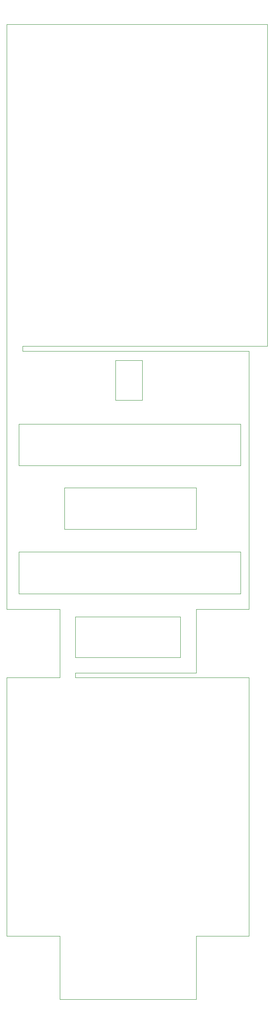
<source format=gbr>
G04 #@! TF.GenerationSoftware,KiCad,Pcbnew,(6.0.2)*
G04 #@! TF.CreationDate,2022-04-25T21:38:28-07:00*
G04 #@! TF.ProjectId,i-fucking-love-fucking-you,692d6675-636b-4696-9e67-2d6c6f76652d,rev?*
G04 #@! TF.SameCoordinates,Original*
G04 #@! TF.FileFunction,Profile,NP*
%FSLAX46Y46*%
G04 Gerber Fmt 4.6, Leading zero omitted, Abs format (unit mm)*
G04 Created by KiCad (PCBNEW (6.0.2)) date 2022-04-25 21:38:28*
%MOMM*%
%LPD*%
G01*
G04 APERTURE LIST*
G04 #@! TA.AperFunction,Profile*
%ADD10C,0.100000*%
G04 #@! TD*
G04 APERTURE END LIST*
D10*
X148800000Y-80934717D02*
X194600000Y-80934717D01*
X145600000Y-79934717D02*
X145600000Y-80934717D01*
X159500000Y-146934717D02*
X194600000Y-146934717D01*
X145600000Y-199134717D02*
X145600000Y-146934717D01*
X194600000Y-146934717D02*
X194600000Y-199134717D01*
X148800000Y-80934717D02*
X148800000Y-79934717D01*
X156300000Y-145934717D02*
X156300000Y-133134717D01*
X183900000Y-211934717D02*
X156300000Y-211934717D01*
X198300000Y-14934717D02*
X198300000Y-79934717D01*
X167600000Y-82834717D02*
X173000000Y-82834717D01*
X173000000Y-82834717D02*
X173000000Y-90834717D01*
X173000000Y-90834717D02*
X167600000Y-90834717D01*
X167600000Y-90834717D02*
X167600000Y-82834717D01*
X157300000Y-108534717D02*
X183900000Y-108534717D01*
X183900000Y-108534717D02*
X183900000Y-116934717D01*
X183900000Y-116934717D02*
X157300000Y-116934717D01*
X157300000Y-116934717D02*
X157300000Y-108534717D01*
X148000000Y-121534717D02*
X192900000Y-121534717D01*
X192900000Y-121534717D02*
X192900000Y-129934717D01*
X192900000Y-129934717D02*
X148000000Y-129934717D01*
X148000000Y-129934717D02*
X148000000Y-121534717D01*
X183900000Y-145934717D02*
X183900000Y-133134717D01*
X183900000Y-133134717D02*
X194600000Y-133134717D01*
X145600000Y-199134717D02*
X156300000Y-199134717D01*
X145600000Y-79934717D02*
X145600000Y-14934717D01*
X145600000Y-14934717D02*
X198300000Y-14934717D01*
X156300000Y-145934717D02*
X156300000Y-146934717D01*
X198300000Y-79934717D02*
X148800000Y-79934717D01*
X156300000Y-199134717D02*
X156300000Y-211934717D01*
X156300000Y-133134717D02*
X145600000Y-133134717D01*
X159500000Y-134634717D02*
X180700000Y-134634717D01*
X180700000Y-134634717D02*
X180700000Y-142834717D01*
X180700000Y-142834717D02*
X159500000Y-142834717D01*
X159500000Y-142834717D02*
X159500000Y-134634717D01*
X156300000Y-146934717D02*
X145600000Y-146934717D01*
X183900000Y-199134717D02*
X183900000Y-211934717D01*
X145600000Y-133134717D02*
X145600000Y-80934717D01*
X194600000Y-199134717D02*
X183900000Y-199134717D01*
X194600000Y-80934717D02*
X194600000Y-133134717D01*
X148000000Y-95634717D02*
X192900000Y-95634717D01*
X192900000Y-95634717D02*
X192900000Y-104034717D01*
X192900000Y-104034717D02*
X148000000Y-104034717D01*
X148000000Y-104034717D02*
X148000000Y-95634717D01*
X183900000Y-145934717D02*
X159500000Y-145934717D01*
X159500000Y-146934717D02*
X159500000Y-145934717D01*
M02*

</source>
